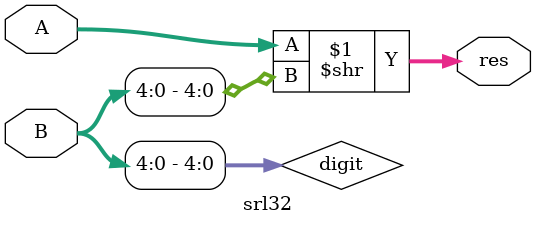
<source format=v>
`timescale 1ns / 1ps


module srl32(
    input [31:0]A,
    input [31:0]B,
    output [31:0]res
    );
    
    wire[4:0] digit;
    
    assign digit = B[4:0];
    assign res = A >> digit;
    
endmodule

</source>
